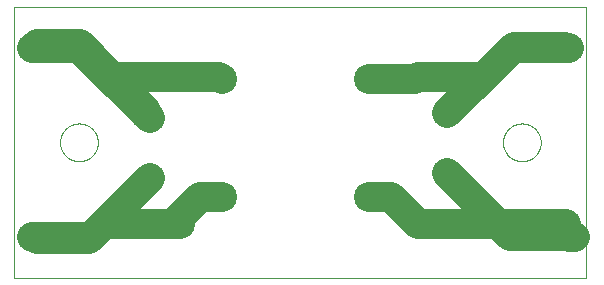
<source format=gbl>
G75*
%MOIN*%
%OFA0B0*%
%FSLAX25Y25*%
%IPPOS*%
%LPD*%
%AMOC8*
5,1,8,0,0,1.08239X$1,22.5*
%
%ADD10C,0.00000*%
%ADD11C,0.10000*%
%ADD12OC8,0.06300*%
%ADD13OC8,0.08500*%
%ADD14C,0.10000*%
D10*
X0001134Y0001000D02*
X0001134Y0091551D01*
X0191827Y0091551D01*
X0191827Y0001000D01*
X0001134Y0001000D01*
X0016362Y0046276D02*
X0016364Y0046434D01*
X0016370Y0046592D01*
X0016380Y0046750D01*
X0016394Y0046908D01*
X0016412Y0047065D01*
X0016433Y0047222D01*
X0016459Y0047378D01*
X0016489Y0047534D01*
X0016522Y0047689D01*
X0016560Y0047842D01*
X0016601Y0047995D01*
X0016646Y0048147D01*
X0016695Y0048298D01*
X0016748Y0048447D01*
X0016804Y0048595D01*
X0016864Y0048741D01*
X0016928Y0048886D01*
X0016996Y0049029D01*
X0017067Y0049171D01*
X0017141Y0049311D01*
X0017219Y0049448D01*
X0017301Y0049584D01*
X0017385Y0049718D01*
X0017474Y0049849D01*
X0017565Y0049978D01*
X0017660Y0050105D01*
X0017757Y0050230D01*
X0017858Y0050352D01*
X0017962Y0050471D01*
X0018069Y0050588D01*
X0018179Y0050702D01*
X0018292Y0050813D01*
X0018407Y0050922D01*
X0018525Y0051027D01*
X0018646Y0051129D01*
X0018769Y0051229D01*
X0018895Y0051325D01*
X0019023Y0051418D01*
X0019153Y0051508D01*
X0019286Y0051594D01*
X0019421Y0051678D01*
X0019557Y0051757D01*
X0019696Y0051834D01*
X0019837Y0051906D01*
X0019979Y0051976D01*
X0020123Y0052041D01*
X0020269Y0052103D01*
X0020416Y0052161D01*
X0020565Y0052216D01*
X0020715Y0052267D01*
X0020866Y0052314D01*
X0021018Y0052357D01*
X0021171Y0052396D01*
X0021326Y0052432D01*
X0021481Y0052463D01*
X0021637Y0052491D01*
X0021793Y0052515D01*
X0021950Y0052535D01*
X0022108Y0052551D01*
X0022265Y0052563D01*
X0022424Y0052571D01*
X0022582Y0052575D01*
X0022740Y0052575D01*
X0022898Y0052571D01*
X0023057Y0052563D01*
X0023214Y0052551D01*
X0023372Y0052535D01*
X0023529Y0052515D01*
X0023685Y0052491D01*
X0023841Y0052463D01*
X0023996Y0052432D01*
X0024151Y0052396D01*
X0024304Y0052357D01*
X0024456Y0052314D01*
X0024607Y0052267D01*
X0024757Y0052216D01*
X0024906Y0052161D01*
X0025053Y0052103D01*
X0025199Y0052041D01*
X0025343Y0051976D01*
X0025485Y0051906D01*
X0025626Y0051834D01*
X0025765Y0051757D01*
X0025901Y0051678D01*
X0026036Y0051594D01*
X0026169Y0051508D01*
X0026299Y0051418D01*
X0026427Y0051325D01*
X0026553Y0051229D01*
X0026676Y0051129D01*
X0026797Y0051027D01*
X0026915Y0050922D01*
X0027030Y0050813D01*
X0027143Y0050702D01*
X0027253Y0050588D01*
X0027360Y0050471D01*
X0027464Y0050352D01*
X0027565Y0050230D01*
X0027662Y0050105D01*
X0027757Y0049978D01*
X0027848Y0049849D01*
X0027937Y0049718D01*
X0028021Y0049584D01*
X0028103Y0049448D01*
X0028181Y0049311D01*
X0028255Y0049171D01*
X0028326Y0049029D01*
X0028394Y0048886D01*
X0028458Y0048741D01*
X0028518Y0048595D01*
X0028574Y0048447D01*
X0028627Y0048298D01*
X0028676Y0048147D01*
X0028721Y0047995D01*
X0028762Y0047842D01*
X0028800Y0047689D01*
X0028833Y0047534D01*
X0028863Y0047378D01*
X0028889Y0047222D01*
X0028910Y0047065D01*
X0028928Y0046908D01*
X0028942Y0046750D01*
X0028952Y0046592D01*
X0028958Y0046434D01*
X0028960Y0046276D01*
X0028958Y0046118D01*
X0028952Y0045960D01*
X0028942Y0045802D01*
X0028928Y0045644D01*
X0028910Y0045487D01*
X0028889Y0045330D01*
X0028863Y0045174D01*
X0028833Y0045018D01*
X0028800Y0044863D01*
X0028762Y0044710D01*
X0028721Y0044557D01*
X0028676Y0044405D01*
X0028627Y0044254D01*
X0028574Y0044105D01*
X0028518Y0043957D01*
X0028458Y0043811D01*
X0028394Y0043666D01*
X0028326Y0043523D01*
X0028255Y0043381D01*
X0028181Y0043241D01*
X0028103Y0043104D01*
X0028021Y0042968D01*
X0027937Y0042834D01*
X0027848Y0042703D01*
X0027757Y0042574D01*
X0027662Y0042447D01*
X0027565Y0042322D01*
X0027464Y0042200D01*
X0027360Y0042081D01*
X0027253Y0041964D01*
X0027143Y0041850D01*
X0027030Y0041739D01*
X0026915Y0041630D01*
X0026797Y0041525D01*
X0026676Y0041423D01*
X0026553Y0041323D01*
X0026427Y0041227D01*
X0026299Y0041134D01*
X0026169Y0041044D01*
X0026036Y0040958D01*
X0025901Y0040874D01*
X0025765Y0040795D01*
X0025626Y0040718D01*
X0025485Y0040646D01*
X0025343Y0040576D01*
X0025199Y0040511D01*
X0025053Y0040449D01*
X0024906Y0040391D01*
X0024757Y0040336D01*
X0024607Y0040285D01*
X0024456Y0040238D01*
X0024304Y0040195D01*
X0024151Y0040156D01*
X0023996Y0040120D01*
X0023841Y0040089D01*
X0023685Y0040061D01*
X0023529Y0040037D01*
X0023372Y0040017D01*
X0023214Y0040001D01*
X0023057Y0039989D01*
X0022898Y0039981D01*
X0022740Y0039977D01*
X0022582Y0039977D01*
X0022424Y0039981D01*
X0022265Y0039989D01*
X0022108Y0040001D01*
X0021950Y0040017D01*
X0021793Y0040037D01*
X0021637Y0040061D01*
X0021481Y0040089D01*
X0021326Y0040120D01*
X0021171Y0040156D01*
X0021018Y0040195D01*
X0020866Y0040238D01*
X0020715Y0040285D01*
X0020565Y0040336D01*
X0020416Y0040391D01*
X0020269Y0040449D01*
X0020123Y0040511D01*
X0019979Y0040576D01*
X0019837Y0040646D01*
X0019696Y0040718D01*
X0019557Y0040795D01*
X0019421Y0040874D01*
X0019286Y0040958D01*
X0019153Y0041044D01*
X0019023Y0041134D01*
X0018895Y0041227D01*
X0018769Y0041323D01*
X0018646Y0041423D01*
X0018525Y0041525D01*
X0018407Y0041630D01*
X0018292Y0041739D01*
X0018179Y0041850D01*
X0018069Y0041964D01*
X0017962Y0042081D01*
X0017858Y0042200D01*
X0017757Y0042322D01*
X0017660Y0042447D01*
X0017565Y0042574D01*
X0017474Y0042703D01*
X0017385Y0042834D01*
X0017301Y0042968D01*
X0017219Y0043104D01*
X0017141Y0043241D01*
X0017067Y0043381D01*
X0016996Y0043523D01*
X0016928Y0043666D01*
X0016864Y0043811D01*
X0016804Y0043957D01*
X0016748Y0044105D01*
X0016695Y0044254D01*
X0016646Y0044405D01*
X0016601Y0044557D01*
X0016560Y0044710D01*
X0016522Y0044863D01*
X0016489Y0045018D01*
X0016459Y0045174D01*
X0016433Y0045330D01*
X0016412Y0045487D01*
X0016394Y0045644D01*
X0016380Y0045802D01*
X0016370Y0045960D01*
X0016364Y0046118D01*
X0016362Y0046276D01*
X0164000Y0046276D02*
X0164002Y0046434D01*
X0164008Y0046592D01*
X0164018Y0046750D01*
X0164032Y0046908D01*
X0164050Y0047065D01*
X0164071Y0047222D01*
X0164097Y0047378D01*
X0164127Y0047534D01*
X0164160Y0047689D01*
X0164198Y0047842D01*
X0164239Y0047995D01*
X0164284Y0048147D01*
X0164333Y0048298D01*
X0164386Y0048447D01*
X0164442Y0048595D01*
X0164502Y0048741D01*
X0164566Y0048886D01*
X0164634Y0049029D01*
X0164705Y0049171D01*
X0164779Y0049311D01*
X0164857Y0049448D01*
X0164939Y0049584D01*
X0165023Y0049718D01*
X0165112Y0049849D01*
X0165203Y0049978D01*
X0165298Y0050105D01*
X0165395Y0050230D01*
X0165496Y0050352D01*
X0165600Y0050471D01*
X0165707Y0050588D01*
X0165817Y0050702D01*
X0165930Y0050813D01*
X0166045Y0050922D01*
X0166163Y0051027D01*
X0166284Y0051129D01*
X0166407Y0051229D01*
X0166533Y0051325D01*
X0166661Y0051418D01*
X0166791Y0051508D01*
X0166924Y0051594D01*
X0167059Y0051678D01*
X0167195Y0051757D01*
X0167334Y0051834D01*
X0167475Y0051906D01*
X0167617Y0051976D01*
X0167761Y0052041D01*
X0167907Y0052103D01*
X0168054Y0052161D01*
X0168203Y0052216D01*
X0168353Y0052267D01*
X0168504Y0052314D01*
X0168656Y0052357D01*
X0168809Y0052396D01*
X0168964Y0052432D01*
X0169119Y0052463D01*
X0169275Y0052491D01*
X0169431Y0052515D01*
X0169588Y0052535D01*
X0169746Y0052551D01*
X0169903Y0052563D01*
X0170062Y0052571D01*
X0170220Y0052575D01*
X0170378Y0052575D01*
X0170536Y0052571D01*
X0170695Y0052563D01*
X0170852Y0052551D01*
X0171010Y0052535D01*
X0171167Y0052515D01*
X0171323Y0052491D01*
X0171479Y0052463D01*
X0171634Y0052432D01*
X0171789Y0052396D01*
X0171942Y0052357D01*
X0172094Y0052314D01*
X0172245Y0052267D01*
X0172395Y0052216D01*
X0172544Y0052161D01*
X0172691Y0052103D01*
X0172837Y0052041D01*
X0172981Y0051976D01*
X0173123Y0051906D01*
X0173264Y0051834D01*
X0173403Y0051757D01*
X0173539Y0051678D01*
X0173674Y0051594D01*
X0173807Y0051508D01*
X0173937Y0051418D01*
X0174065Y0051325D01*
X0174191Y0051229D01*
X0174314Y0051129D01*
X0174435Y0051027D01*
X0174553Y0050922D01*
X0174668Y0050813D01*
X0174781Y0050702D01*
X0174891Y0050588D01*
X0174998Y0050471D01*
X0175102Y0050352D01*
X0175203Y0050230D01*
X0175300Y0050105D01*
X0175395Y0049978D01*
X0175486Y0049849D01*
X0175575Y0049718D01*
X0175659Y0049584D01*
X0175741Y0049448D01*
X0175819Y0049311D01*
X0175893Y0049171D01*
X0175964Y0049029D01*
X0176032Y0048886D01*
X0176096Y0048741D01*
X0176156Y0048595D01*
X0176212Y0048447D01*
X0176265Y0048298D01*
X0176314Y0048147D01*
X0176359Y0047995D01*
X0176400Y0047842D01*
X0176438Y0047689D01*
X0176471Y0047534D01*
X0176501Y0047378D01*
X0176527Y0047222D01*
X0176548Y0047065D01*
X0176566Y0046908D01*
X0176580Y0046750D01*
X0176590Y0046592D01*
X0176596Y0046434D01*
X0176598Y0046276D01*
X0176596Y0046118D01*
X0176590Y0045960D01*
X0176580Y0045802D01*
X0176566Y0045644D01*
X0176548Y0045487D01*
X0176527Y0045330D01*
X0176501Y0045174D01*
X0176471Y0045018D01*
X0176438Y0044863D01*
X0176400Y0044710D01*
X0176359Y0044557D01*
X0176314Y0044405D01*
X0176265Y0044254D01*
X0176212Y0044105D01*
X0176156Y0043957D01*
X0176096Y0043811D01*
X0176032Y0043666D01*
X0175964Y0043523D01*
X0175893Y0043381D01*
X0175819Y0043241D01*
X0175741Y0043104D01*
X0175659Y0042968D01*
X0175575Y0042834D01*
X0175486Y0042703D01*
X0175395Y0042574D01*
X0175300Y0042447D01*
X0175203Y0042322D01*
X0175102Y0042200D01*
X0174998Y0042081D01*
X0174891Y0041964D01*
X0174781Y0041850D01*
X0174668Y0041739D01*
X0174553Y0041630D01*
X0174435Y0041525D01*
X0174314Y0041423D01*
X0174191Y0041323D01*
X0174065Y0041227D01*
X0173937Y0041134D01*
X0173807Y0041044D01*
X0173674Y0040958D01*
X0173539Y0040874D01*
X0173403Y0040795D01*
X0173264Y0040718D01*
X0173123Y0040646D01*
X0172981Y0040576D01*
X0172837Y0040511D01*
X0172691Y0040449D01*
X0172544Y0040391D01*
X0172395Y0040336D01*
X0172245Y0040285D01*
X0172094Y0040238D01*
X0171942Y0040195D01*
X0171789Y0040156D01*
X0171634Y0040120D01*
X0171479Y0040089D01*
X0171323Y0040061D01*
X0171167Y0040037D01*
X0171010Y0040017D01*
X0170852Y0040001D01*
X0170695Y0039989D01*
X0170536Y0039981D01*
X0170378Y0039977D01*
X0170220Y0039977D01*
X0170062Y0039981D01*
X0169903Y0039989D01*
X0169746Y0040001D01*
X0169588Y0040017D01*
X0169431Y0040037D01*
X0169275Y0040061D01*
X0169119Y0040089D01*
X0168964Y0040120D01*
X0168809Y0040156D01*
X0168656Y0040195D01*
X0168504Y0040238D01*
X0168353Y0040285D01*
X0168203Y0040336D01*
X0168054Y0040391D01*
X0167907Y0040449D01*
X0167761Y0040511D01*
X0167617Y0040576D01*
X0167475Y0040646D01*
X0167334Y0040718D01*
X0167195Y0040795D01*
X0167059Y0040874D01*
X0166924Y0040958D01*
X0166791Y0041044D01*
X0166661Y0041134D01*
X0166533Y0041227D01*
X0166407Y0041323D01*
X0166284Y0041423D01*
X0166163Y0041525D01*
X0166045Y0041630D01*
X0165930Y0041739D01*
X0165817Y0041850D01*
X0165707Y0041964D01*
X0165600Y0042081D01*
X0165496Y0042200D01*
X0165395Y0042322D01*
X0165298Y0042447D01*
X0165203Y0042574D01*
X0165112Y0042703D01*
X0165023Y0042834D01*
X0164939Y0042968D01*
X0164857Y0043104D01*
X0164779Y0043241D01*
X0164705Y0043381D01*
X0164634Y0043523D01*
X0164566Y0043666D01*
X0164502Y0043811D01*
X0164442Y0043957D01*
X0164386Y0044105D01*
X0164333Y0044254D01*
X0164284Y0044405D01*
X0164239Y0044557D01*
X0164198Y0044710D01*
X0164160Y0044863D01*
X0164127Y0045018D01*
X0164097Y0045174D01*
X0164071Y0045330D01*
X0164050Y0045487D01*
X0164032Y0045644D01*
X0164018Y0045802D01*
X0164008Y0045960D01*
X0164002Y0046118D01*
X0164000Y0046276D01*
D11*
X0135575Y0068205D03*
X0119394Y0067299D03*
X0070181Y0067299D03*
X0056441Y0068205D03*
X0070181Y0027929D03*
X0056441Y0018992D03*
X0119394Y0027929D03*
X0135575Y0018992D03*
D12*
X0145496Y0036039D03*
X0145496Y0056039D03*
X0046283Y0054307D03*
X0046283Y0034307D03*
D13*
X0008709Y0014024D03*
X0008709Y0079063D03*
X0184709Y0078102D03*
X0184709Y0015142D03*
D14*
X0184858Y0018992D01*
X0135575Y0018992D01*
X0126638Y0027929D01*
X0119394Y0027929D01*
X0145496Y0036039D02*
X0166394Y0015142D01*
X0184709Y0015142D01*
X0186047Y0014780D02*
X0181835Y0018992D01*
X0186047Y0014780D02*
X0188016Y0014780D01*
X0145496Y0056039D02*
X0155969Y0066512D01*
X0167228Y0077772D01*
X0186047Y0077772D01*
X0184709Y0078102D02*
X0167559Y0078102D01*
X0145496Y0056039D01*
X0155969Y0066512D02*
X0154276Y0068205D01*
X0135575Y0068205D01*
X0134669Y0067299D01*
X0119394Y0067299D01*
X0070181Y0067299D02*
X0069276Y0068205D01*
X0032386Y0068205D01*
X0022819Y0077772D01*
X0006913Y0077772D01*
X0008709Y0079063D02*
X0022945Y0079063D01*
X0045134Y0056874D01*
X0045134Y0055457D01*
X0046283Y0054307D01*
X0032386Y0068205D01*
X0046283Y0034307D02*
X0031598Y0019622D01*
X0026756Y0014780D01*
X0006913Y0014780D01*
X0008709Y0014024D02*
X0026000Y0014024D01*
X0046283Y0034307D01*
X0054157Y0018992D02*
X0063094Y0027929D01*
X0070181Y0027929D01*
X0056441Y0018992D02*
X0054157Y0018992D01*
X0032228Y0018992D01*
X0031598Y0019622D01*
M02*

</source>
